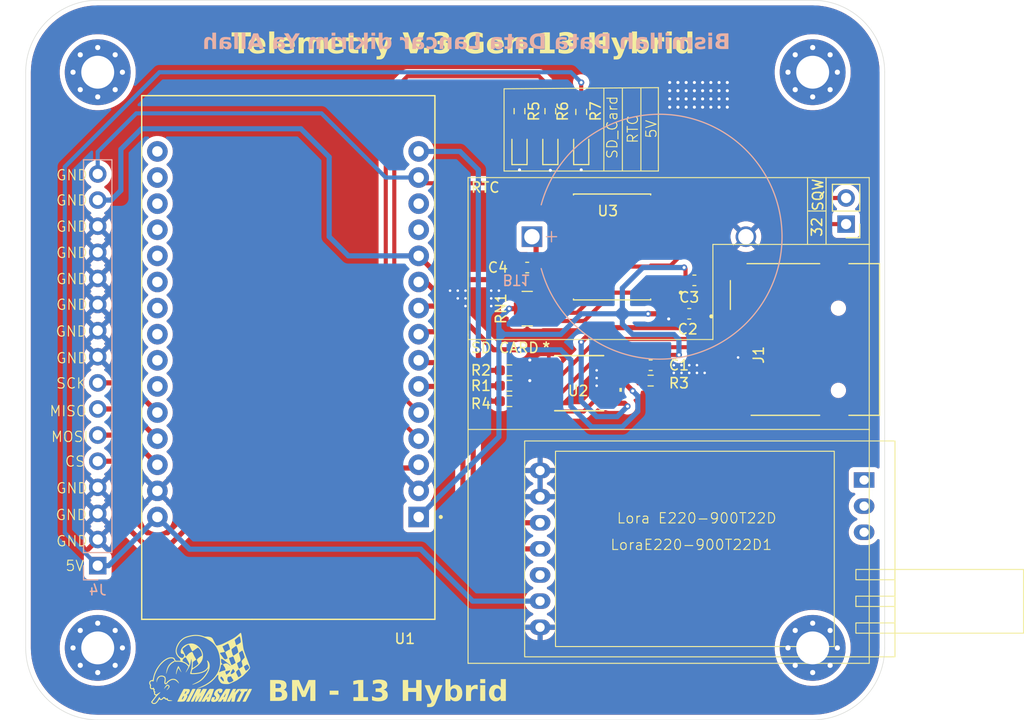
<source format=kicad_pcb>
(kicad_pcb (version 20241229) (generator "pcbnew") (generator_version "9.0")
  (layers (0 "F.Cu" signal) (2 "B.Cu" signal) (13 "F.Paste" user) (15 "B.Paste" user) (5 "F.SilkS" user "F.Silkscreen") (7 "B.SilkS" user "B.Silkscreen") (1 "F.Mask" user) (3 "B.Mask" user) (25 "Edge.Cuts" user))
  (net 0 "")
  (net 1 "GND")
  (net 2 "Net-(BT1-+)")
  (net 3 "+3.3V")
  (net 4 "Net-(D1-A)")
  (net 5 "Net-(D2-A)")
  (net 6 "Net-(D3-A)")
  (net 7 "/SCK_LLS")
  (net 8 "/DO_LLS")
  (net 10 "/CS_LLS")
  (net 13 "/DI_LLS")
  (net 14 "/32KHz")
  (net 15 "/SQW")
  (net 16 "/TX")
  (net 17 "+5V")
  (net 18 "Net-(U2-2A)")
  (net 19 "/SCK")
  (net 20 "/MOSI")
  (net 21 "Net-(U2-1A)")
  (net 22 "Net-(U2-4A)")
  (net 23 "/CS")
  (net 24 "Net-(U2-3A)")
  (net 25 "/SDA")
  (net 26 "/SCL")
  (net 27 "/MISO")
  (net 29 "/MOSI2")
  (net 39 "/CS2")
  (net 42 "/LED2")
  (net 43 "/LED1")
  (net 44 "/RX")
  (net 45 "/SCK2")
  (net 46 "/MISO2")
  (net 47 "unconnected-(U1-D35-Pad20)")
  (footprint "MountingHole:MountingHole_3.2mm_M3_Pad_Via" (layer "F.Cu") (at 57 52)
    (property "Reference" "REF**" (hide yes))
    (property "Value" "MountingHole_3.2mm_M3_Pad_Via" (hide yes))
  )
  (footprint "Resistor_SMD:R_Array_Convex_4x0603" (layer "F.Cu") (at 98.75 75)
    (property "Reference" "RN1")
    (property "Value" "4.7K")
  )
  (footprint "Capacitor_SMD:C_0603_1608Metric_Pad1.08x0.95mm_HandSolder" (layer "F.Cu") (at 110.75 80.5 180)
    (property "Reference" "C1")
    (property "Value" "100nF")
  )
  (footprint "Resistor_SMD:R_0603_1608Metric_Pad0.98x0.95mm_HandSolder" (layer "F.Cu") (at 101 55.7875 -90)
    (property "Reference" "R6")
    (property "Value" "1K")
  )
  (footprint "MountingHole:MountingHole_3.2mm_M3_Pad_Via" (layer "F.Cu") (at 126.5 108)
    (property "Reference" "REF**" (hide yes))
    (property "Value" "MountingHole_3.2mm_M3_Pad_Via" (hide yes))
  )
  (footprint "74LVC125APW,118:TSSOP14_SOT402-1_NEX" (layer "F.Cu") (at 103.800052 82.25)
    (property "Reference" "U2")
    (property "Value" "74LVC125APW_118")
  )
  (footprint "SDCard Socket:CUI_MSD-4-A" (layer "F.Cu") (at 125.75 78 90)
    (property "Reference" "J1")
    (property "Value" "MSD-4-A")
  )
  (footprint "MountingHole:MountingHole_3.2mm_M3_Pad_Via" (layer "F.Cu") (at 126.5 52)
    (property "Reference" "REF**" (hide yes))
    (property "Value" "MountingHole_3.2mm_M3_Pad_Via" (hide yes))
  )
  (footprint "LED_SMD:LED_0603_1608Metric_Pad1.05x0.95mm_HandSolder" (layer "F.Cu") (at 104 59.325 90)
    (property "Reference" "D3" (hide yes))
    (property "Value" "5V")
  )
  (footprint "Resistor_SMD:R_0603_1608Metric_Pad0.98x0.95mm_HandSolder" (layer "F.Cu") (at 97 84 180)
    (property "Reference" "R4")
    (property "Value" "3.3K")
  )
  (footprint "DS3231SN#:SOIC127P1032X265-16N" (layer "F.Cu") (at 107 69 180)
    (property "Reference" "U3")
    (property "Value" "DS3231SN_")
  )
  (footprint "Capacitor_SMD:C_0603_1608Metric_Pad1.08x0.95mm_HandSolder" (layer "F.Cu") (at 115 72.25 180)
    (property "Reference" "C3")
    (property "Value" "100nF")
  )
  (footprint "Resistor_SMD:R_0603_1608Metric_Pad0.98x0.95mm_HandSolder" (layer "F.Cu") (at 97 82.5)
    (property "Reference" "R1")
    (property "Value" "3.3K")
  )
  (footprint "Resistor_SMD:R_0603_1608Metric_Pad0.98x0.95mm_HandSolder" (layer "F.Cu") (at 97 81)
    (property "Reference" "R2")
    (property "Value" "3.3K")
  )
  (footprint "Resistor_SMD:R_0603_1608Metric_Pad0.98x0.95mm_HandSolder" (layer "F.Cu") (at 110.75 82)
    (property "Reference" "R3")
    (property "Value" "3.3K")
  )
  (footprint "Resistor_SMD:R_0603_1608Metric_Pad0.98x0.95mm_HandSolder" (layer "F.Cu") (at 104 55.8625 90)
    (property "Reference" "R7")
    (property "Value" "1K")
  )
  (footprint "ESP32:MODULE_ESP32_DEVKIT_V1" (layer "F.Cu") (at 75.5 79.75 180)
    (property "Reference" "U1")
    (property "Value" "ESP32-DEVKIT-V1")
  )
  (footprint "Resistor_SMD:R_0603_1608Metric_Pad0.98x0.95mm_HandSolder" (layer "F.Cu") (at 98 55.7875 -90)
    (property "Reference" "R5")
    (property "Value" "1K")
  )
  (footprint "Capacitor_SMD:C_0603_1608Metric_Pad1.08x0.95mm_HandSolder" (layer "F.Cu") (at 114.5 75.5)
    (property "Reference" "C2")
    (property "Value" "100nF")
  )
  (footprint "MountingHole:MountingHole_3.2mm_M3_Pad_Via" (layer "F.Cu") (at 57 108)
    (property "Reference" "REF**" (hide yes))
    (property "Value" "MountingHole_3.2mm_M3_Pad_Via" (hide yes))
  )
  (footprint "Lora E220-900T22D:Lora E220-900T22D" (layer "F.Cu") (at 98.5 108.87)
    (property "Reference" "LoraE220-900T22D1")
    (property "Value" "~")
  )
  (footprint "LED_SMD:LED_0603_1608Metric_Pad1.05x0.95mm_HandSolder" (layer "F.Cu") (at 101 59.325 90)
    (property "Reference" "D2" (hide yes))
    (property "Value" "SDCard")
  )
  (footprint "Telemetry V.3 BM13 EVO Hy:aaaaaaaa" (layer "F.Cu") (at 67 110)
    (property "Reference" "G***" (hide yes))
    (property "Value" "LOGO" (hide yes))
  )
  (footprint "Connector_PinHeader_2.54mm:PinHeader_1x02_P2.54mm_Vertical" (layer "F.Cu") (at 129.75 66.775 180)
    (property "Reference" "J2" (hide yes))
    (property "Value" "CON INT/32")
  )
  (footprint "Capacitor_SMD:C_0603_1608Metric_Pad1.08x0.95mm_HandSolder" (layer "F.Cu") (at 98.75 71 180)
    (property "Reference" "C4")
    (property "Value" "104")
  )
  (footprint "LED_SMD:LED_0603_1608Metric_Pad1.05x0.95mm_HandSolder" (layer "F.Cu") (at 98 59.325 90)
    (property "Reference" "D1" (hide yes))
    (property "Value" "RTC")
  )
  (footprint "Connector_PinHeader_2.54mm:PinHeader_1x16_P2.54mm_Vertical" (layer "B.Cu") (at 57 100)
    (property "Reference" "J4")
    (property "Value" "Conn_01x16_Pin")
  )
  (footprint "Battery:BatteryHolder_MYOUNG_BS-07-A1BJ001_CR2032" (layer "B.Cu") (at 99.210914 68)
    (property "Reference" "BT1")
    (property "Value" "Battery_Cell")
  )
  (gr_line (start 132 86.75) (end 93 86.75) (stroke (width 0.1)) (layer "F.SilkS"))
  (gr_line (start 111.5 61.6125) (end 96.5 61.6125) (stroke (width 0.1)) (layer "F.SilkS"))
  (gr_line (start 132 62.25) (end 93 62.25) (stroke (width 0.1)) (layer "F.SilkS"))
  (gr_line (start 132 62.25) (end 132 68.75) (stroke (width 0.1)) (layer "F.SilkS"))
  (gr_line (start 132 86.75) (end 132 109.5) (stroke (width 0.1)) (layer "F.SilkS"))
  (gr_line (start 127.8 62.4) (end 127.8 62.25) (stroke (width 0.1)) (layer "F.SilkS"))
  (gr_line (start 126 62.6) (end 126 62.25) (stroke (width 0.1)) (layer "F.SilkS"))
  (gr_line (start 109.8 53.55) (end 109.8 61.6) (stroke (width 0.1)) (layer "F.SilkS"))
  (gr_line (start 93 62.25) (end 93 77.625) (stroke (width 0.1)) (layer "F.SilkS"))
  (gr_line (start 132 109.5) (end 93 109.5) (stroke (width 0.1)) (layer "F.SilkS"))
  (gr_line (start 127.8 62.4) (end 127.8 68.6) (stroke (width 0.1)) (layer "F.SilkS"))
  (gr_line (start 116.8 78) (end 116.8 68.75) (stroke (width 0.1)) (layer "F.SilkS"))
  (gr_line (start 126.2 65.5) (end 127.8 65.5) (stroke (width 0.1)) (layer "F.SilkS"))
  (gr_line (start 108 53.6) (end 108 61.6) (stroke (width 0.1)) (layer "F.SilkS"))
  (gr_line (start 93 77.5) (end 93 86.7) (stroke (width 0.1)) (layer "F.SilkS"))
  (gr_line (start 127.8 68.6) (end 127.8 68.75) (stroke (width 0.1)) (layer "F.SilkS"))
  (gr_line (start 106.2 53.6) (end 106.2 61.6) (stroke (width 0.1)) (layer "F.SilkS"))
  (gr_line (start 126 62.6) (end 126 68.4) (stroke (width 0.1)) (layer "F.SilkS"))
  (gr_line (start 126 68.4) (end 126 68.75) (stroke (width 0.1)) (layer "F.SilkS"))
  (gr_line (start 93 109.5) (end 93 86.75) (stroke (width 0.1)) (layer "F.SilkS"))
  (gr_line (start 132 68.75) (end 132 86.8) (stroke (width 0.1)) (layer "F.SilkS"))
  (gr_line (start 96.5 53.6125) (end 111.5 53.5) (stroke (width 0.1)) (layer "F.SilkS"))
  (gr_line (start 126.2 65.5) (end 126 65.5) (stroke (width 0.1)) (layer "F.SilkS"))
  (gr_line (start 116.8 68.75) (end 132 68.75) (stroke (width 0.1)) (layer "F.SilkS"))
  (gr_line (start 111.5 53.5) (end 111.5 61.6125) (stroke (width 0.1)) (layer "F.SilkS"))
  (gr_line (start 96.5 61.6125) (end 96.5 53.6125) (stroke (width 0.1)) (layer "F.SilkS"))
  (gr_line (start 93 78) (end 116.8 78) (stroke (width 0.1)) (layer "F.SilkS"))
  (gr_line (start 133.5 52) (end 133.5 108) (stroke (width 0.05)) (layer "Edge.Cuts"))
  (gr_line (start 126.5 115) (end 57 115) (stroke (width 0.05)) (layer "Edge.Cuts"))
  (gr_arc (start 126.5 45) (mid 131.449747 47.050253) (end 133.5 52) (stroke (width 0.05)) (layer "Edge.Cuts"))
  (gr_arc (start 57 115) (mid 52.050253 112.949747) (end 50 108) (stroke (width 0.05)) (layer "Edge.Cuts"))
  (gr_arc (start 50 52) (mid 52.050253 47.050253) (end 57 45) (stroke (width 0.05)) (layer "Edge.Cuts"))
  (gr_line (start 57 45) (end 126.5 45) (stroke (width 0.05)) (layer "Edge.Cuts"))
  (gr_arc (start 133.5 108) (mid 131.449747 112.949747) (end 126.5 115) (stroke (width 0.05)) (layer "Edge.Cuts"))
  (gr_line (start 50 52) (end 50 108) (stroke (width 0.05)) (layer "Edge.Cuts"))
  (gr_text "MOSI" (at 52.4 88.05 0) (layer "F.SilkS") (effects (font (size 1 1) (thickness 0.1)) (justify left bottom)))
  (gr_text "RTC" (at 93.2 63.8 0) (layer "F.SilkS") (effects (font (size 1 1)) (justify left bottom)))
  (gr_text "GND" (at 52.9 98.2 0) (layer "F.SilkS") (effects (font (size 1 1) (thickness 0.1)) (justify left bottom)))
  (gr_text "GND" (at 52.9 93.05 0) (layer "F.SilkS") (effects (font (size 1 1) (thickness 0.1)) (justify left bottom)))
  (gr_text "Telemetry V.3 Gen.13 Hybrid" (at 70 50.5 0) (layer "F.SilkS") (effects (font (size 2 2) (thickness 0.4) (bold yes) (italic yes)) (justify left bottom)))
  (gr_text "RTC" (at 109.6 59 90) (layer "F.SilkS") (effects (font (size 1 1) (thickness 0.1)) (justify left bottom)))
  (gr_text "SD_Card" (at 107.6 60.5 90) (layer "F.SilkS") (effects (font (size 1 1) (thickness 0.1)) (justify left bottom)))
  (gr_text "CS" (at 53.75 90.45 0) (layer "F.SilkS") (effects (font (size 1 1) (thickness 0.1)) (justify left bottom)))
  (gr_text "GND" (at 52.85 77.8 0) (layer "F.SilkS") (effects (font (size 1 1) (thickness 0.1)) (justify left bottom)))
  (gr_text "SCK" (at 52.9 82.85 0) (layer "F.SilkS") (effects (font (size 1 1) (thickness 0.1)) (justify left bottom)))
  (gr_text "GND" (at 52.9 70.15 0) (layer "F.SilkS") (effects (font (size 1 1) (thickness 0.1)) (justify left bottom)))
  (gr_text "32" (at 127.5 68.1 90) (layer "F.SilkS") (effects (font (size 1 1)) (justify left bottom)))
  (gr_text "GND" (at 52.85 95.65 0) (layer "F.SilkS") (effects (font (size 1 1) (thickness 0.1)) (justify left bottom)))
  (gr_text "MISO" (at 52.25 85.55 0) (layer "F.SilkS") (effects (font (size 1 1) (thickness 0.1)) (justify left bottom)))
  (gr_text "SQW" (at 127.6 65.6 90) (layer "F.SilkS") (effects (font (size 1 1)) (justify left bottom)))
  (gr_text "BM - 13 Hybrid" (at 73.5 113.5 0) (layer "F.SilkS") (effects (font (size 2 2) (thickness 0.4) (bold yes) (italic yes)) (justify left bottom)))
  (gr_text "GND" (at 52.9 80.4 0) (layer "F.SilkS") (effects (font (size 1 1) (thickness 0.1)) (justify left bottom)))
  (gr_text "SD CARD" (at 93.2 79.4 0) (layer "F.SilkS") (effects (font (size 1 1)) (justify left bottom)))
  (gr_text "GND" (at 52.9 72.7 0) (layer "F.SilkS") (effects (font (size 1 1) (thickness 0.1)) (justify left bottom)))
  (gr_text "GND" (at 52.9 62.6 0) (layer "F.SilkS") (effects (font (size 1 1) (thickness 0.1)) (justify left bottom)))
  (gr_text "GND" (at 52.9 67.6 0) (layer "F.SilkS") (effects (font (size 1 1) (thickness 0.1)) (justify left bottom)))
  (gr_text "GND" (at 52.9 75.2 0) (layer "F.SilkS") (effects (font (size 1 1) (thickness 0.1)) (justify left bottom)))
  (gr_text "5V" (at 53.8 100.6 0) (layer "F.SilkS") (effects (font (size 1 1) (thickness 0.1)) (justify left bottom)))
  (gr_text "5V" (at 111.4 58.5 90) (layer "F.SilkS") (effects (font (size 1 1) (thickness 0.1)) (justify left bottom)))
  (gr_text "GND" (at 52.9 65.05 0) (layer "F.SilkS") (effects (font (size 1 1) (thickness 0.1)) (justify left bottom)))
  (gr_text "Bismillah Data Data Lancar dikirim Ya Allah" (at 118.5 50 0) (layer "B.SilkS") (effects (font (size 1.5 1.5) (thickness 0.3) (bold yes)) (justify left bottom mirror)))
  (segment (start 113 75.5) (end 112.5 76) (width 0.4) (layer "F.Cu") (net 1))
  (segment (start 103.050001 84.199999) (end 104.349999 82.900001) (width 0.4) (layer "F.Cu") (net 1))
  (segment (start 111.6125 80.5) (end 112.15 80.5) (width 0.5) (layer "F.Cu") (net 1))
  (segment (start 105.5 81.097951) (end 105.5 81.75) (width 0.4) (layer "F.Cu") (net 1))
  (segment (start 106.75 80.95) (end 105.647951 80.95) (width 0.4) (layer "F.Cu") (net 1))
  (segment (start 105.647951 80.95) (end 105.5 81.097951) (width 0.4) (layer "F.Cu") (net 1))
  (segment (start 100.850104 84.199999) (end 103.050001 84.199999) (width 0.4) (layer "F.Cu") (net 1))
  (segment (start 57.375 79.68) (end 57 79.68) (width 0.4) (layer "F.Cu") (net 1))
  (segment (start 113.6375 75.5) (end 113 75.5) (width 0.4) (layer "F.Cu") (net 1))
  (segment (start 99.299999 80.299999) (end 99 80) (width 0.4) (layer "F.Cu") (net 1))
  (segment (start 100.850104 80.299999) (end 99.299999 80.299999) (width 0.4) (layer "F.Cu") (net 1))
  (segment (start 104.349999 82.900001) (end 106.75 82.900001) (width 0.4) (layer "F.Cu") (net 1))
  (segment (start 98 60.2) (end 101 60.2) (width 0.5) (layer "F.Cu") (net 1))
  (segment (start 104.349999 82.900001) (end 105.5 81.75) (width 0.4) (layer "F.Cu") (net 1))
  (segment (start 98 60.2) (end 98 61.5) (width 0.5) (layer "F.Cu") (net 1))
  (segment (start 100.850104 82.25) (end 99.25 82.25) (width 0.4) (layer "F.Cu") (net 1))
  (segment (start 99.25 82.25) (end 99 82) (width 0.4) (layer "F.Cu") (net 1))
  (segment (start 101 60.2) (end 104 60.2) (width 0.5) (layer "F.Cu") (net 1))
  (segment (start 101 60.2) (end 101 61.545) (width 0.5) (layer "F.Cu") (net 1))
  (segment (start 104 60.2) (end 104 61.5) (width 0.5) (layer "F.Cu") (net 1))
  (via (at 115.8 53) (size 0.6) (drill 0.3) (layers "F.Cu" "B.Cu") (net 1))
  (via (at 113.4 55.4) (size 0.6) (drill 0.3) (layers "F.Cu" "B.Cu") (net 1))
  (via (at 116.6 55.4) (size 0.6) (drill 0.3) (layers "F.Cu" "B.Cu") (net 1))
  (via (at 115.25 81.25) (size 0.5) (drill 0.25) (layers "F.Cu" "B.Cu") (net 1))
  (via (at 113.75 81.25) (size 0.5) (drill 0.25) (layers "F.Cu" "B.Cu") (net 1))
  (via (at 105.5 81.75) (size 0.5) (drill 0.25) (layers "F.Cu" "B.Cu") (net 1))
  (via (at 114.5 80.5) (size 0.5) (drill 0.25) (layers "F.Cu" "B.Cu") (net 1))
  (via (at 113.4 54.6) (size 0.6) (drill 0.3) (layers "F.Cu" "B.Cu") (net 1))
  (via (at 105.5 82.5) (size 0.5) (drill 0.25) (layers "F.Cu" "B.Cu") (net 1))
  (via (at 118.2 54.6) (size 0.6) (drill 0.3) (layers "F.Cu" "B.Cu") (net 1))
  (via (at 113 81.25) (size 0.5) (drill 0.25) (layers "F.Cu" "B.Cu") (net 1))
  (via (at 112.6 55.4) (size 0.6) (drill 0.3) (layers "F.Cu" "B.Cu") (net 1))
  (via (at 101 61.545) (size 0.6) (drill 0.3) (layers "F.Cu" "B.Cu") (net 1))
  (via (at 112.6 53.8) (size 0.6) (drill 0.3) (layers "F.Cu" "B.Cu") (net 1))
  (via (at 116 81.25) (size 0.5) (drill 0.25) (layers "F.Cu" "B.Cu") (net 1))
  (via (at 113.75 80.5) (size 0.5) (drill 0.25) (layers "F.Cu" "B.Cu") (net 1))
  (via (at 112.5 76) (size 0.6) (drill 0.3) (layers "F.Cu" "B.Cu") (net 1))
  (via (at 115.25 80.5) (size 0.5) (drill 0.25) (layers "F.Cu" "B.Cu") (net 1))
  (via (at 105.5 81) (size 0.5) (drill 0.25) (layers "F.Cu" "B.Cu") (net 1))
  (via (at 114.2 53) (size 0.6) (drill 0.3) (layers "F.Cu" "B.Cu") (net 1))
  (via (at 118.2 53) (size 0.6) (drill 0.3) (layers "F.Cu" "B.Cu") (net 1))
  (via (at 96 74) (size 0.5) (drill 0.25) (layers "F.Cu" "B.Cu") (net 1))
  (via (at 92.75 74.75) (size 0.5) (drill 0.25) (layers "F.Cu" "B.Cu") (net 1))
  (via (at 99 82) (size 0.6) (drill 0.3) (layers "F.Cu" "B.Cu") (net 1))
  (via (at 116.6 53.8) (size 0.6) (drill 0.3) (layers "F.Cu" "B.Cu") (net 1))
  (via (at 96 73.25) (size 0.5) (drill 0.25) (layers "F.Cu" "B.Cu") (net 1))
  (via (at 117.4 55.4) (size 0.6) (drill 0.3) (layers "F.Cu" "B.Cu") (net 1))
  (via (at 92 74) (size 0.5) (drill 0.25) (layers "F.Cu" "B.Cu") (net 1))
  (via (at 114.2 54.6) (size 0.6) (drill 0.3) (layers "F.Cu" "B.Cu") (net 1))
  (via (at 112.6 53) (size 0.6) (drill 0.3) (layers "F.Cu" "B.Cu") (net 1))
  (via (at 112.6 54.6) (size 0.6) (drill 0.3) (layers "F.Cu" "B.Cu") (net 1))
  (via (at 117.4 54.6) (size 0.6) (drill 0.3) (layers "F.Cu" "B.Cu") (net 1))
  (via (at 114.2 53.8) (size 0.6) (drill 0.3) (layers "F.Cu" "B.Cu") (net 1))
  (via (at 114.2 55.4) (size 0.6) (drill 0.3) (layers "F.Cu" "B.Cu") (net 1))
  (via (at 91.25 73.25) (size 0.5) (drill 0.25) (layers "F.Cu" "B.Cu") (net 1))
  (via (at 95.25 74.75) (size 0.5) (drill 0.25) (layers "F.Cu" "B.Cu") (net 1))
  (via (at 115 53) (size 0.6) (drill 0.3) (layers "F.Cu" "B.Cu") (net 1))
  (via (at 92.75 73.25) (size 0.5) (drill 0.25) (layers "F.Cu" "B.Cu") (net 1))
  (via (at 117.4 53.8) (size 0.6) (drill 0.3) (layers "F.Cu" "B.Cu") (net 1))
  (via (at 104 61.5) (size 0.6) (drill 0.3) (layers "F.Cu" "B.Cu") (net 1))
  (via (at 113.4 53) (size 0.6) (drill 0.3) (layers "F.Cu" "B.Cu") (net 1))
  (via (at 98 61.5) (size 0.6) (drill 0.3) (layers "F.Cu" "B.Cu") (net 1))
  (via (at 115 54.6) (size 0.6) (drill 0.3) (layers "F.Cu" "B.Cu") (net 1))
  (via (at 95.25 73.25) (size 0.5) (drill 0.25) (layers "F.Cu" "B.Cu") (net 1))
  (via (at 117.4 53) (size 0.6) (drill 0.3) (layers "F.Cu" "B.Cu") (net 1))
  (via (at 115.8 53.8) (size 0.6) (drill 0.3) (layers "F.Cu" "B.Cu") (net 1))
  (via (at 92 73.25) (size 0.5) (drill 0.25) (layers "F.Cu" "B.Cu") (net 1))
  (via (at 113.4 53.8) (size 0.6) (drill 0.3) (layers "F.Cu" "B.Cu") (net 1))
  (via (at 118.2 53.8) (size 0.6) (drill 0.3) (layers "F.Cu" "B.Cu") (net 1))
  (via (at 116.6 54.6) (size 0.6) (drill 0.3) (layers "F.Cu" "B.Cu") (net 1))
  (via (at 119.25 79.75) (size 0.5) (drill 0.25) (layers "F.Cu" "B.Cu") (net 1))
  (via (at 115.8 54.6) (size 0.6) (drill 0.3) (layers "F.Cu" "B.Cu") (net 1))
  (via (at 92.75 74) (size 0.5) (drill 0.25) (layers "F.Cu" "B.Cu") (net 1))
  (via (at 115.8 55.4) (size 0.6) (drill 0.3) (layers "F.Cu" "B.Cu") (net 1))
  (via (at 116.6 53) (size 0.6) (drill 0.3) (layers "F.Cu" "B.Cu") (net 1))
  (via (at 113 80.5) (size 0.5) (drill 0.25) (layers "F.Cu" "B.Cu") (net 1))
  (via (at 115 55.4) (size 0.6) (drill 0.3) (layers "F.Cu" "B.Cu") (net 1))
  (via (at 99 80) (size 0.6) (drill 0.3) (layers "F.Cu" "B.Cu") (net 1))
  (via (at 114.5 81.25) (size 0.5) (drill 0.25) (layers "F.Cu" "B.Cu") (net 1))
  (via (at 118.2 55.4) (size 0.6) (drill 0.3) (layers "F.Cu" "B.Cu") (net 1))
  (via (at 95.25 74) (size 0.5) (drill 0.25) (layers "F.Cu" "B.Cu") (net 1))
  (via (at 115 53.8) (size 0.6) (drill 0.3) (layers "F.Cu" "B.Cu") (net 1))
  (segment (start 99.8625 68.651586) (end 99.210914 68) (width 0.5) (layer "F.Cu") (net 2))
  (segment (start 102.345 70.905) (end 99.7075 70.905) (width 0.5) (layer "F.Cu") (net 2))
  (segment (start 99.6125 71) (end 99.6125 68.401586) (width 0.5) (layer "F.Cu") (net 2))
  (segment (start 99.7075 70.905) (end 99.6125 71) (width 0.5) (layer "F.Cu") (net 2))
  (segment (start 99.6125 68.401586) (end 99.210914 68) (width 0.5) (layer "F.Cu") (net 2))
  (segment (start 97.85 75) (end 97.85 75.4) (width 0.5) (layer "F.Cu") (net 3))
  (segment (start 112.426 74.574) (end 112 75) (width 0.5) (layer "F.Cu") (net 3))
  (segment (start 114.1375 72.25) (end 114.1375 71.1375) (width 0.4) (layer "F.Cu") (net 3))
  (segment (start 97.85 74.6) (end 97.85 75) (width 0.5) (layer "F.Cu") (net 3))
  (segment (start 110.8875 79.5) (end 113.5 79.5) (width 0.4) (layer "F.Cu") (net 3))
  (segment (start 120 75.5) (end 119.25 74.75) (width 0.5) (layer "F.Cu") (net 3))
  (segment (start 119.3 79.05) (end 120 78.35) (width 0.5) (layer "F.Cu") (net 3))
  (segment (start 112 75) (end 111.5 75.5) (width 0.5) (layer "F.Cu") (net 3))
  (segment (start 119.25 74.75) (end 116.1125 74.75) (width 0.5) (layer "F.Cu") (net 3))
  (segment (start 114.0625 72.175) (end 114.1375 72.25) (width 0.4) (layer "F.Cu") (net 3))
  (segment (start 120 78.35) (end 120 75.5) (width 0.5) (layer "F.Cu") (net 3))
  (segment (start 111.655 72.175) (end 114.0625 72.175) (width 0.4) (layer "F.Cu") (net 3))
  (segment (start 114.1375 71.1375) (end 114 71) (width 0.4) (layer "F.Cu") (net 3))
  (segment (start 97.85 75) (end 97 75) (width 0.5) (layer "F.Cu") (net 3))
  (segment (start 116.1125 74.75) (end 115.3625 75.5) (width 0.5) (layer "F.Cu") (net 3))
  (segment (start 118 79.05) (end 119.3 79.05) (width 0.5) (layer "F.Cu") (net 3))
  (segment (start 115.3625 75.5) (end 114.4365 74.574) (width 0.5) (layer "F.Cu") (net 3))
  (segment (start 114.4365 74.574) (end 112.426 74.574) (width 0.5) (layer "F.Cu") (net 3))
  (segment (start 97.85 75.4) (end 97.85 76.2) (width 0.5) (layer "F.Cu") (net 3))
  (segment (start 109.687501 80.300001) (end 109.8875 80.5) (width 0.4) (layer "F.Cu") (net 3))
  (segment (start 111.5 75.5) (end 110.5 75.5) (width 0.5) (layer "F.Cu") (net 3))
  (segment (start 109.8875 80.5) (end 110.8875 79.5) (width 0.4) (layer "F.Cu") (net 3))
  (segment (start 97.85 73.8) (end 97.85 74.6) (width 0.5) (layer "F.Cu") (net 3))
  (segment (start 106.75 80.300001) (end 109.687501 80.300001) (width 0.4) (layer "F.Cu") (net 3))
  (via (at 97 75) (size 0.6) (drill 0.3) (layers "F.Cu" "B.Cu") (net 3))
  (via (at 114 71) (size 0.6) (drill 0.3) (layers "F.Cu" "B.Cu") (net 3))
  (via (at 113.5 79.5) (size 0.6) (drill 0.3) (layers "F.Cu" "B.Cu") (net 3))
  (via (at 110.5 75.5) (size 0.6) (drill 0.3) (layers "F.Cu" "B.Cu") (net 3))
  (segment (start 96 77) (end 96 76) (width 0.5) (layer "B.Cu") (net 3))
  (segment (start 96.5 77.5) (end 96 77.5) (width 0.5) (layer "B.Cu") (net 3))
  (segment (start 113.5 78) (end 113.5 79.5) (width 0.5) (layer "B.Cu") (net 3))
  (segment (start 96 77) (end 96.5 77.5) (width 0.5) (layer "B.Cu") (net 3))
  (segment (start 110 71) (end 114 71) (width 0.5) (layer "B.Cu") (net 3))
  (segment (start 107.5 75.5) (end 104 75.5) (width 0.5) (layer "B.Cu") (net 3))
  (segment (start 108 75.5) (end 108 76) (width 0.5) (layer "B.Cu") (net 3))
  (segment (start 108 75.5) (end 107.5 75.5) (width 0.5) (layer "B.Cu") (net 3))
  (segment (start 113 77.5) (end 113.5 78) (width 0.5) (layer "B.Cu") (net 3))
  (segment (start 108 75) (end 107.5 75.5) (width 0.5) (layer "B.Cu") (net 3))
  (segment (start 104 75.5) (end 102 77.5) (width 0.5) (layer "B.Cu") (net 3))
  (segment (start 108.5 75.5) (end 108 76) (width 0.5) (layer "B.Cu") (net 3))
  (segment (start 108.5 75.5) (end 108 75.5) (width 0.5) (layer "B.Cu") (net 3))
  (segment (start 109 77.5) (end 113 77.5) (width 0.5) (layer "B.Cu") (net 3))
  (segment (start 108 75.5) (end 108 75) (width 0.5) (layer "B.Cu") (net 3))
  (segment (start 107.5 75.5) (end 108 76) (width 0.5) (layer "B.Cu") (net 3))
  (segment (start 102 77.5) (end 96.5 77.5) (width 0.5) (layer "B.Cu") (net 3))
  (segment (start 108 76.5) (end 109 77.5) (width 0.5) (layer "B.Cu") (net 3))
  (segment (start 96 77.5) (end 96 77) (width 0.5) (layer "B.Cu") (net 3))
  (segment (start 108 76) (end 108 76.5) (width 0.5) (layer "B.Cu") (net 3))
  (segment (start 96 76) (end 97 75) (width 0.5) (layer "B.Cu") (net 3))
  (segment (start 108 75) (end 108.5 75.5) (width 0.5) (layer "B.Cu") (net 3))
  (segment (start 96 87.465) (end 96 78) (width 0.5) (layer "B.Cu") (net 3))
  (segment (start 108 75) (end 108 73) (width 0.5) (layer "B.Cu") (net 3))
  (segment (start 108 73) (end 110 71) (width 0.5) (layer "B.Cu") (net 3))
  (segment (start 96 78) (end 96.5 77.5) (width 0.5) (layer "B.Cu") (net 3))
  (segment (start 96 78) (end 96 77.5) (width 0.5) (layer "B.Cu") (net 3))
  (segment (start 110.5 75.5) (end 108.5 75.5) (width 0.5) (layer "B.Cu") (net 3))
  (segment (start 88.2 95.265) (end 96 87.465) (width 0.5) (layer "B.Cu") (net 3))
  (segment (start 98 58.45) (end 98 56.7) (width 0.5) (layer "F.Cu") (net 4))
  (segment (start 101 58.45) (end 101 56.7) (width 0.5) (layer "F.Cu") (net 5))
  (segment (start 104 58.45) (end 104 56.775) (width 0.5) (layer "F.Cu") (net 6))
  (segment (start 100.850104 83.55) (end 101.7 83.55) (width 0.4) (layer "F.Cu") (net 7))
  (segment (start 101.7 83.55) (end 106.5 78.75) (width 0.4) (layer "F.Cu") (net 7))
  (segment (start 115.25 78.75) (end 116.65 80.15) (width 0.4) (layer "F.Cu") (net 7))
  (segment (start 116.65 80.15) (end 118 80.15) (width 0.4) (layer "F.Cu") (net 7))
  (segment (start 106.5 78.75) (end 115.25 78.75) (width 0.4) (layer "F.Cu") (net 7))
  (segment (start 112.0125 82.35) (end 118 82.35) (width 0.5) (layer "F.Cu") (net 8))
  (segment (start 111.6625 82) (end 112.0125 82.35) (width 0.5) (layer "F.Cu") (net 8))
  (segment (start 118 76.85) (end 105.4 76.85) (width 0.5) (layer "F.Cu") (net 10))
  (segment (start 106.75 84.200001) (end 108.200001 84.200001) (width 0.5) (layer "F.Cu") (net 10))
  (segment (start 105.4 76.85) (end 104 78.25) (width 0.5) (layer "F.Cu") (net 10))
  (segment (start 108.200001 84.200001) (end 108.5 84.5) (width 0.5) (layer "F.Cu") (net 10))
  (via (at 104 78.25) (size 0.6) (drill 0.3) (layers "F.Cu" "B.Cu") (net 10))
  (via (at 108.5 84.5) (size 0.6) (drill 0.3) (layers "F.Cu" "B.Cu") (net 10))
  (segment (start 107.5 85.5) (end 108.5 84.5) (width 0.5) (layer "B.Cu") (net 10))
  (segment (start 104 78.25) (end 104 84) (width 0.5) (layer "B.Cu") (net 10))
  (segment (start 105.5 85.5) (end 107.5 85.5) (width 0.5) (layer "B.Cu") (net 10))
  (segment (start 104 84) (end 105.5 85.5) (width 0.5) (layer "B.Cu") (net 10))
  (segment (start 105 78.552154) (end 105 78.5) (width 0.4) (layer "F.Cu") (net 13))
  (segment (start 105 78.5) (end 105.55 77.95) (width 0.4) (layer "F.Cu") (net 13))
  (segment (start 105.55 77.95) (end 118 77.95) (width 0.4) (layer "F.Cu") (net 13))
  (segment (start 100.850104 81.600001) (end 101.952153 81.600001) (width 0.4) (layer "F.Cu") (net 13))
  (segment (start 101.952153 81.600001) (end 105 78.552154) (width 0.4) (layer "F.Cu") (net 13))
  (segment (start 112.4375 73.425) (end 112.5 73.3625) (width 0.5) (layer "F.Cu") (net 14))
  (segment (start 129.75 66.775) (end 125.975 66.775) (width 0.4) (layer "F.Cu") (net 14))
  (segment (start 99.65 76.2) (end 104.3 76.2) (width 0.4) (layer "F.Cu") (net 14))
  (segment (start 125.975 66.775) (end 119.305 73.445) (width 0.4) (layer "F.Cu") (net 14))
  (segment (start 107.055 73.445) (end 111.655 73.445) (width 0.4) (layer "F.Cu") (net 14))
  (segment (start 104.3 76.2) (end 107.055 73.445) (width 0.4) (layer "F.Cu") (net 14))
  (segment (start 119.305 73.445) (end 111.655 73.445) (width 0.4) (layer "F.Cu") (net 14))
  (segment (start 119.265 64.235) (end 112.595 70.905) (width 0.4) (layer "F.Cu") (net 15))
  (segment (start 112.595 70.905) (end 111.655 70.905) (width 0.4) (layer "F.Cu") (net 15))
  (segment (start 103.6 75.4) (end 108.095 70.905) (width 0.4) (layer "F.Cu") (net 15))
  (segment (start 129.75 64.235) (end 119.265 64.235) (width 0.4) (layer "F.Cu") (net 15))
  (segment (start 108.095 70.905) (end 111.655 70.905) (width 0.4) (layer "F.Cu") (net 15))
  (segment (start 99.65 75.4) (end 103.6 75.4) (width 0.4) (layer "F.Cu") (net 15))
  (segment (start 94.87 98.37) (end 100 98.37) (width 0.5) (layer "F.Cu") (net 16))
  (segment (start 90.565 82.565) (end 92.5 84.5) (width 0.5) (layer "F.Cu") (net 16))
  (segment (start 92.5 84.5) (end 92.5 96) (width 0.5) (layer "F.Cu") (net 16))
  (segment (start 88.2 82.565) (end 90.565 82.565) (width 0.5) (layer "F.Cu") (net 16))
  (segment (start 92.5 96) (end 94.87 98.37) (width 0.5) (layer "F.Cu") (net 16))
  (segment (start 104 54.95) (end 104 53) (width 0.4) (layer "F.Cu") (net 17))
  (via (at 104 53) (size 0.6) (drill 0.3) (layers "F.Cu" "B.Cu") (net 17))
  (segment (start 53.8 96.8) (end 57 100) (width 0.4) (layer "B.Cu") (net 17))
  (segment (start 93.45 103.45) (end 100 103.45) (width 0.5) (layer "B.Cu") (net 17))
  (segment (start 62.8 95.265) (end 65.935 98.4) (width 0.5) (layer "B.Cu") (net 17))
  (segment (start 53.8 61.2) (end 53.8 96.8) (width 0.4) (layer "B.Cu") (net 17))
  (segment (start 62.8 95.265) (end 58.065 100) (width 0.5) (layer "B.Cu") (net 17))
  (segment (start 58.065 100) (end 57 100) (width 0.5) (layer "B.Cu") (net 17))
  (segment (start 63 52) (end 53.8 61.2) (width 0.4) (layer "B.Cu") (net 17))
  (segment (start 104 53) (end 103 52) (width 0.4) (layer "B.Cu") (net 17))
  (segment (start 103 52) (end 63 52) (width 0.4) (layer "B.Cu") (net 17))
  (segment (start 88.4 98.4) (end 93.45 103.45) (width 0.5) (layer "B.Cu") (net 17))
  (segment (start 65.935 98.4) (end 88.4 98.4) (width 0.5) (layer "B.Cu") (net 17))
  (segment (start 100.850104 82.899999) (end 98.312499 82.899999) (width 0.4) (layer "F.Cu") (net 18))
  (segment (start 98.312499 82.899999) (end 97.9125 82.5) (width 0.4) (layer "F.Cu") (net 18))
  (segment (start 92.75 80.125) (end 92.75 77.75) (width 0.5) (layer "F.Cu") (net 19))
  (segment (start 96.0875 82.5) (end 95.125 82.5) (width 0.5) (layer "F.Cu") (net 19))
  (segment (start 92.75 77.75) (end 89.75 74.75) (width 0.5) (layer "F.Cu") (net 19))
  (segment (start 88.395 74.75) (end 88.2 74.945) (width 0.5) (layer "F.Cu") (net 19))
  (segment (start 89.75 74.75) (end 88.395 74.75) (width 0.5) (layer "F.Cu") (net 19))
  (segment (start 95.125 82.5) (end 92.75 80.125) (width 0.5) (layer "F.Cu") (net 19))
  (segment (start 95 81) (end 94 80) (width 0.5) (layer "F.Cu") (net 20))
  (segment (start 96.0875 81) (end 95 81) (width 0.5) (layer "F.Cu") (net 20))
  (segment (start 94 80) (end 94 79) (width 0.5) (layer "F.Cu") (net 20))
  (via (at 94 79) (size 0.6) (drill 0.3) (layers "F.Cu" "B.Cu") (net 20))
  (segment (start 94 79) (end 94 61.5) (width 0.5) (layer "B.Cu") (net 20))
  (segment (start 94 61.5) (end 92.205 59.705) (width 0.5) (layer "B.Cu") (net 20))
  (segment (start 92.205 59.705) (end 88.2 59.705) (width 0.5) (layer "B.Cu") (net 20))
  (segment (start 100.850104 80.95) (end 97.9625 80.95) (width 0.4) (layer "F.Cu") (net 21))
  (segment (start 97.9625 80.95) (end 97.9125 81) (width 0.4) (layer "F.Cu") (net 21))
  (segment (start 106.75 81.600001) (end 108.850001 81.600001) (width 0.4) (layer "F.Cu") (net 22))
  (segment (start 109.25 82) (end 109.8375 82) (width 0.4) (layer "F.Cu") (net 22))
  (segment (start 108.850001 81.600001) (end 109.25 82) (width 0.4) (layer "F.Cu") (net 22))
  (segment (start 96.0875 84) (end 95.25 84) (width 0.5) (layer "F.Cu") (net 23))
  (segment (start 88.435 77.25) (end 88.2 77.485) (width 0.5) (layer "F.Cu") (net 23))
  (segment (start 90.75 77.25) (end 88.435 77.25) (width 0.5) (layer "F.Cu") (net 23))
  (segment (start 95.25 84) (end 91.75 80.5) (width 0.5) (layer "F.Cu") (net 23))
  (segment (start 91.75 80.5) (end 91.75 78.25) (width 0.5) (layer "F.Cu") (net 23))
  (segment (start 91.75 78.25) (end 90.75 77.25) (width 0.5) (layer "F.Cu") (net 23))
  (segment (start 99.5 85) (end 104.25 85) (width 0.4) (layer "F.Cu") (net 24))
  (segment (start 104.25 85) (end 105.7 83.55) (width 0.4) (layer "F.Cu") (net 24))
  (segment (start 105.7 83.55) (end 106.75 83.55) (width 0.4) (layer "F.Cu") (net 24))
  (segment (start 97.9125 84) (end 98.5 84) (width 0.4) (layer "F.Cu") (net 24))
  (segment (start 98.5 84) (end 99.5 85) (width 0.4) (layer "F.Cu") (net 24))
  (segment (start 99 72.175) (end 99.5 72.175) (width 0.5) (layer "F.Cu") (net 25))
  (segment (start 90.51 72.175) (end 99 72.175) (width 0.5) (layer "F.Cu") (net 25))
  (segment (start 99.975 72.175) (end 99.65 72.5) (width 0.5) (layer "F.Cu") (net 25))
  (segment (start 99.65 73.8) (end 99.65 72.5) (width 0.5) (layer "F.Cu") (net 25))
  (segment (start 100 72.175) (end 102.345 72.175) (width 0.5) (layer "F.Cu") (net 25))
  (segment (start 99 72.175) (end 99.325 72.175) (width 0.5) (layer "F.Cu") (net 25))
  (segment (start 99.65 72.325) (end 99.5 72.175) (width 0.5) (layer "F.Cu") (net 25))
  (segment (start 101.575 72.175) (end 102.345 72.175) (width 0.4) (layer "F.Cu") (net 25))
  (segment (start 99.5 72.175) (end 100 72.175) (width 0.5) (layer "F.Cu") (net 25))
  (segment (start 99.65 72.5) (end 99.65 72.325) (width 0.5) (layer "F.Cu") (net 25))
  (segment (start 99.325 72.175) (end 99.65 72.5) (width 0.5) (layer "F.Cu") (net 25))
  (segment (start 102.345 72.175) (end 103.37 72.175) (width 0.4) (layer "F.Cu") (net 25))
  (segment (start 88.2 69.865) (end 90.51 72.175) (width 0.5) (layer "F.Cu") (net 25))
  (segment (start 100 72.175) (end 99.975 72.175) (width 0.5) (layer "F.Cu") (net 25))
  (segment (start 59.25 59.5) (end 61.25 57.5) (width 0.5) (layer "B.Cu") (net 25))
  (segment (start 61.25 57.5) (end 76.75 57.5) (width 0.5) (layer "B.Cu") (net 25))
  (segment (start 79.5 68) (end 81.365 69.865) (width 0.5) (layer "B.Cu") (net 25))
  (segment (start 58.31 64.44) (end 59.25 63.5) (width 0.5) (layer "B.Cu") (net 25))
  (segment (start 81.365 69.865) (end 88.2 69.865) (width 0.5) (layer "B.Cu") (net 25))
  (segment (start 76.75 57.5) (end 79.5 60.25) (width 0.5) (layer "B.Cu") (net 25))
  (segment (start 57 64.44) (end 58.31 64.44) (width 0.5) (layer "B.Cu") (net 25))
  (segment (start 59.25 63.5) (end 59.25 59.5) (width 0.5) (layer "B.Cu") (net 25))
  (segment (start 79.5 60.25) (end 79.5 68) (width 0.5) (layer "B.Cu") (net 25))
  (segment (start 106 64.6) (end 104.2 62.8) (width 0.4) (layer "F.Cu") (net 26))
  (segment (start 106 71.5) (end 106 64.6) (width 0.4) (layer "F.Cu") (net 26))
  (segment (start 88.755 62.8) (end 88.2 62.245) (width 0.4) (layer "F.Cu") (net 26))
  (segment (start 102.345 73.445) (end 104.055 73.445) (width 0.4) (layer "F.Cu") (net 26))
  (segment (start 99.65 74.6) (end 100.15 74.6) (width 0.4) (layer "F.Cu") (net 26))
  (segment (start 104.055 73.445) (end 106 71.5) (width 0.4) (layer "F.Cu") (net 26))
  (segment (start 101.305 73.445) (end 102.345 73.445) (width 0.4) (layer "F.Cu") (net 26))
  (segment (start 104.2 62.8) (end 88.755 62.8) (width 0.4) (layer "F.Cu") (net 26))
  (segment (start 103.37 73.445) (end 102.345 73.445) (width 0.5) (layer "F.Cu") (net 26))
  (segment (start 100.15 74.6) (end 101.305 73.445) (width 0.4) (layer "F.Cu") (net 26))
  (segment (start 57 59.75) (end 57 61.9) (width 0.4) (layer "B.Cu") (net 26))
  (segment (start 60.75 56) (end 57 59.75) (width 0.4) (layer "B.Cu") (net 26))
  (segment (start 84.995 62.245) (end 78.75 56) (width 0.4) (layer "B.Cu") (net 26))
  (segment (start 78.75 56) (end 60.75 56) (width 0.4) (layer "B.Cu") (net 26))
  (segment (start 88.2 62.245) (end 84.995 62.245) (width 0.4) (layer "B.Cu") (net 26))
  (segment (start 92.5 76) (end 94 77.5) (width 0.5) (layer "F.Cu") (net 27))
  (segment (start 108.25 82.25) (end 109 83) (width 0.5) (layer "F.Cu") (net 27))
  (segment (start 88.2 72.405) (end 88.905 72.405) (width 0.5) (layer "F.Cu") (net 27))
  (segment (start 94 77.5) (end 95.5 79) (width 0.5) (layer "F.Cu") (net 27))
  (segment (start 95.5 79) (end 98 79) (width 0.5) (layer "F.Cu") (net 27))
  (segment (start 106.75 82.25) (end 108.25 82.25) (width 0.5) (layer "F.Cu") (net 27))
  (segment (start 88.905 72.405) (end 92.5 76) (width 0.5) (layer "F.Cu") (net 27))
  (via (at 109 83) (size 0.6) (drill 0.3) (layers "F.Cu" "B.Cu") (net 27))
  (via (at 98 79) (size 0.6) (drill 0.3) (layers "F.Cu" "B.Cu") (net 27))
  (segment (start 109.5 83.5) (end 109 83) (width 0.5) (layer "B.Cu") (net 27))
  (segment (start 108 86.5) (end 109.5 85) (width 0.5) (layer "B.Cu") (net 27))
  (segment (start 98 79) (end 102 79) (width 0.5) (layer "B.Cu") (net 27))
  (segment (start 102 79) (end 103 80) (width 0.5) (layer "B.Cu") (net 27))
  (segment (start 103 84.5) (end 105 86.5) (width 0.5) (layer "B.Cu") (net 27))
  (segment (start 105 86.5) (end 108 86.5) (width 0.5) (layer "B.Cu") (net 27))
  (segment (start 103 80) (end 103 84.5) (width 0.5) (layer "B.Cu") (net 27))
  (segment (start 109.5 85) (end 109.5 83.5) (width 0.5) (layer "B.Cu") (net 27))
  (segment (start 62.8 90.185) (end 59.915 87.3) (width 0.5) (layer "F.Cu") (net 29))
  (segment (start 59.915 87.3) (end 57 87.3) (width 0.5) (layer "F.Cu") (net 29))
  (segment (start 60 96.4) (end 61.4 97.8) (width 0.5) (layer "F.Cu") (net 39))
  (segment (start 66.2 95.8) (end 66.2 92.2) (width 0.5) (layer "F.Cu") (net 39))
  (segment (start 57 89.84) (end 58.64 89.84) (width 0.5) (layer "F.Cu") (net 39))
  (segment (start 66.2 92.2) (end 67.9 90.5) (width 0.5) (layer "F.Cu") (net 39))
  (segment (start 60 91.2) (end 60 96.4) (width 0.5) (layer "F.Cu") (net 39))
  (segment (start 64.2 97.8) (end 66.2 95.8) (width 0.5) (layer "F.Cu") (net 39))
  (segment (start 58.64 89.84) (end 60 91.2) (width 0.5) (layer "F.Cu") (net 39))
  (segment (start 67.9 90.5) (end 87.885 90.5) (width 0.5) (layer "F.Cu") (net 39))
  (segment (start 61.4 97.8) (end 64.2 97.8) (width 0.5) (layer "F.Cu") (net 39))
  (segment (start 87.885 90.5) (end 88.2 90.185) (width 0.5) (layer "F.Cu") (net 39))
  (segment (start 85.829 55.171) (end 87.5 53.5) (width 0.4) (layer "F.Cu") (net 42))
  (segment (start 88.2 85.105) (end 85.829 82.734) (width 0.4) (layer "F.Cu") (net 42))
  (segment (start 97.3875 53.5) (end 98 54.1125) (width 0.4) (layer "F.Cu") (net 42))
  (segment (start 87.5 53.5) (end 97.3875 53.5) (width 0.4) (layer "F.Cu") (net 42))
  (segment (start 98 54.1125) (end 98 54.875) (width 0.4) (layer "F.Cu") (net 42))
  (segment (start 85.829 82.734) (end 85.829 55.171) (width 0.4) (layer "F.Cu") (net 42))
  (segment (start 101 53.5) (end 101 54.875) (width 0.4) (layer "F.Cu") (net 43))
  (segment (start 88.2 87.645) (end 85 84.445) (width 0.4) (layer "F.Cu") (net 43))
  (segment (start 87.101 52.399) (end 99.899 52.399) (width 0.4) (layer "F.Cu") (net 43))
  (segment (start 85 84.445) (end 85 54.5) (width 0.4) (layer "F.Cu") (net 43))
  (segment (start 85 54.5) (end 87.101 52.399) (width 0.4) (layer "F.Cu") (net 43))
  (segment (start 99.899 52.399) (end 101 53.5) (width 0.4) (layer "F.Cu") (net 43))
  (segment (start 97.55 95.85) (end 97.57 95.83) (width 0.5) (layer "F.Cu") (net 44))
  (segment (start 93.5 83.625) (end 93.5 94) (width 0.5) (layer "F.Cu") (net 44))
  (segment (start 90.125 80.25) (end 93.5 83.625) (width 0.5) (layer "F.Cu") (net 44))
  (segment (start 95.35 95.85) (end 97.55 95.85) (width 0.5) (layer "F.Cu") (net 44))
  (segment (start 97.57 95.83) (end 100 95.83) (width 0.5) (layer "F.Cu") (net 44))
  (segment (start 93.5 94) (end 95.35 95.85) (width 0.5) (layer "F.Cu") (net 44))
  (segment (start 88.2 80.025) (end 88.425 80.25) (width 0.5) (layer "F.Cu") (net 44))
  (segment (start 88.425 80.25) (end 90.125 80.25) (width 0.5) (layer "F.Cu") (net 44))
  (segment (start 62.8 85.105) (end 59.915 82.22) (width 0.5) (layer "F.Cu") (net 45))
  (segment (start 57.375 82.22) (end 57 82.22) (width 0.4) (layer "F.Cu") (net 45))
  (segment (start 59.915 82.22) (end 57 82.22) (width 0.5) (layer "F.Cu") (net 45))
  (segment (start 57.375 84.76) (end 57 84.76) (width 0.4) (layer "F.Cu") (net 46))
  (segment (start 62.8 87.645) (end 59.915 84.76) (width 0.5) (layer "F.Cu") (net 46))
  (segment (start 59.915 84.76) (end 57 84.76) (width 0.5) (layer "F.Cu") (net 46))
  (segment (start 62.435 69.5) (end 62.8 69.865) (width 0.5) (layer "F.Cu") (net 47))
  (zone (net 1) (net_name "GND") (layers "F.Cu" "B.Cu") (connect_pads (clearance 0.5)) (min_thickness 0.25) (fill yes (thermal_gap 0.5) (thermal_bridge_width 0.5))
    (polygon (pts (xy 47.5 45) (xy 133.5 45) (xy 133.5 115) (xy 47.5 115)))
  )
  (zone (net 1) (net_name "GND") (layer "B.Cu") (priority 1) (connect_pads (clearance 0.5)) (min_thickness 0.25) (fill yes (thermal_gap 0.5) (thermal_bridge_width 0.5))
    (polygon (pts (xy 47.5 45) (xy 133.5 45) (xy 133.5 115) (xy 47.5 115)))
  )
)
</source>
